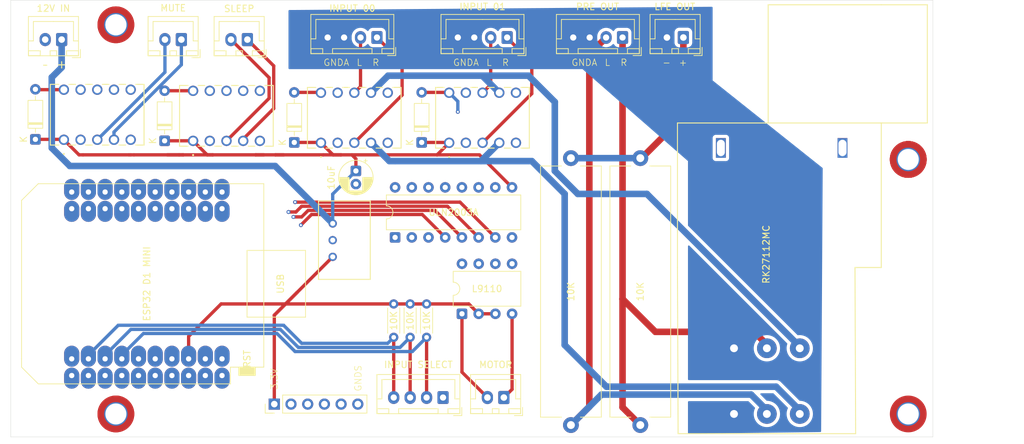
<source format=kicad_pcb>
(kicad_pcb (version 20241229) (generator "pcbnew") (generator_version "9.0")
  (layers (0 "F.Cu" signal) (2 "B.Cu" signal) (13 "F.Paste" user) (15 "B.Paste" user) (5 "F.SilkS" user "F.Silkscreen") (7 "B.SilkS" user "B.Silkscreen") (1 "F.Mask" user) (3 "B.Mask" user) (25 "Edge.Cuts" user))
  (net 0 "")
  (net 1 "Relay0")
  (net 2 "+12V")
  (net 3 "Relay1")
  (net 4 "GNDA")
  (net 5 "Net-(J1-Pin_2)")
  (net 6 "Net-(J1-Pin_1)")
  (net 7 "Net-(J2-Pin_2)")
  (net 8 "Net-(J2-Pin_1)")
  (net 9 "Select2")
  (net 10 "GNDS")
  (net 11 "Select0")
  (net 12 "Select1")
  (net 13 "Net-(J8-Pin_2)")
  (net 14 "Net-(J8-Pin_1)")
  (net 16 "PRE_RIGHT")
  (net 17 "PRE_LEFT")
  (net 25 "Net-(J3-Pin_2)")
  (net 29 "Net-(J3-Pin_1)")
  (net 39 "Net-(J4-Pin_1)")
  (net 40 "Net-(J4-Pin_2)")
  (net 41 "Input0")
  (net 42 "Input1")
  (net 43 "Mute")
  (net 44 "Sleep")
  (net 45 "+3V3")
  (net 62 "PWM1")
  (net 68 "PWM0")
  (net 79 "Net-(J5-Pin_1)")
  (net 80 "Net-(J5-Pin_2)")
  (net 81 "Net-(J6-Pin_1)")
  (net 88 "Relay2")
  (net 89 "Relay3")
  (footprint "Resistor_THT:R_Axial_Power_L38.0mm_W9.0mm_P40.64mm" (layer "F.Cu") (at 186.5 57.55 -90)
    (property "Reference" "R6" (hide yes))
    (property "Value" "10K" (at 20.32 0 90) (layer "F.SilkS"))
    (pad "1" thru_hole circle (at 0 0 270) (size 2.4 2.4) (drill 1.2) (layers "*.Cu" "*.Mask") (net 81 "Net-(J6-Pin_1)"))
    (pad "2" thru_hole circle (at 40.64 0 270) (size 2.4 2.4) (drill 1.2) (layers "*.Cu" "*.Mask") (net 79 "Net-(J5-Pin_1)"))
  )
  (footprint "Diode_THT:D_DO-35_SOD27_P7.62mm_Horizontal" (layer "F.Cu") (at 133.8773 55.16 90)
    (property "Reference" "D1" (hide yes))
    (property "Value" "1N4004" (hide yes))
    (fp_text user "K" (at 0 -1.8 90) (layer "F.SilkS"))
    (pad "1" thru_hole roundrect (at 0 0 90) (size 1.6 1.6) (drill 0.8) (layers "*.Cu" "*.Mask") (roundrect_rratio 0.15625) (net 2 "+12V"))
    (pad "2" thru_hole circle (at 7.62 0 90) (size 1.6 1.6) (drill 0.8) (layers "*.Cu" "*.Mask") (net 1 "Relay0"))
  )
  (footprint "Connector_JST:JST_XH_B2B-XH-A_1x02_P2.50mm_Vertical" (layer "F.Cu") (at 116.7073 39.5 180)
    (property "Reference" "J3" (hide yes))
    (property "Value" "MUTE" (at 1.25 4.8 0) (layer "F.SilkS"))
    (pad "1" thru_hole roundrect (at 0 0 180) (size 1.7 2) (drill 1) (layers "*.Cu" "*.Mask") (roundrect_rratio 0.147059) (net 29 "Net-(J3-Pin_1)"))
    (pad "2" thru_hole oval (at 2.5 0 180) (size 1.7 2) (drill 1) (layers "*.Cu" "*.Mask") (net 25 "Net-(J3-Pin_2)"))
  )
  (footprint "MountingHole:MountingHole_3.2mm_M3_DIN965_Pad_TopOnly" (layer "F.Cu") (at 227.25 96.5)
    (property "Reference" "REF**" (hide yes))
    (property "Value" "MountingHole_3.2mm_M3_DIN965_Pad_TopOnly")
    (pad "1" thru_hole circle (at 0 0) (size 3.6 3.6) (drill 3.2) (layers "*.Cu" "*.Mask"))
    (pad "1" connect circle (at 0 0) (size 5.6 5.6) (layers "F.Cu" "F.Mask"))
  )
  (footprint "Capacitor_THT:CP_Radial_D5.0mm_P2.00mm" (layer "F.Cu") (at 143.25 59.5 -90)
    (property "Reference" "C1" (hide yes))
    (property "Value" "10uF" (at 1 3.75 90) (layer "F.SilkS"))
    (pad "1" thru_hole roundrect (at 0 0 270) (size 1.6 1.6) (drill 0.8) (layers "*.Cu" "*.Mask") (roundrect_rratio 0.15625) (net 2 "+12V"))
    (pad "2" thru_hole circle (at 2 0 270) (size 1.6 1.6) (drill 0.8) (layers "*.Cu" "*.Mask") (net 10 "GNDS"))
  )
  (footprint "Connector_PinHeader_2.54mm:PinHeader_1x06_P2.54mm_Vertical" (layer "F.Cu") (at 130.84 95 90)
    (property "Reference" "J10" (hide yes))
    (property "Value" "ADDITIONAL GPIO" (hide yes))
    (pad "1" thru_hole rect (at 0 0 90) (size 1.7 1.7) (drill 1) (layers "*.Cu" "*.Mask") (net 45 "+3V3"))
    (pad "2" thru_hole circle (at 0 2.54 90) (size 1.7 1.7) (drill 1) (layers "*.Cu" "*.Mask"))
    (pad "3" thru_hole circle (at 0 5.08 90) (size 1.7 1.7) (drill 1) (layers "*.Cu" "*.Mask"))
    (pad "4" thru_hole circle (at 0 7.62 90) (size 1.7 1.7) (drill 1) (layers "*.Cu" "*.Mask"))
    (pad "5" thru_hole circle (at 0 10.16 90) (size 1.7 1.7) (drill 1) (layers "*.Cu" "*.Mask"))
    (pad "6" thru_hole circle (at 0 12.7 90) (size 1.7 1.7) (drill 1) (layers "*.Cu" "*.Mask") (net 10 "GNDS"))
  )
  (footprint "Connector_JST:JST_XH_B4B-XH-A_1x04_P2.50mm_Vertical" (layer "F.Cu") (at 183.8 39.1862 180)
    (property "Reference" "J5" (hide yes))
    (property "Value" "PRE OUT" (at 3.8 4.6862 0) (layer "F.SilkS"))
    (pad "1" thru_hole roundrect (at 0 0 180) (size 1.7 1.95) (drill 0.95) (layers "*.Cu" "*.Mask") (roundrect_rratio 0.147059) (net 79 "Net-(J5-Pin_1)"))
    (pad "2" thru_hole oval (at 2.5 0 180) (size 1.7 1.95) (drill 0.95) (layers "*.Cu" "*.Mask") (net 80 "Net-(J5-Pin_2)"))
    (pad "3" thru_hole oval (at 5 0 180) (size 1.7 1.95) (drill 0.95) (layers "*.Cu" "*.Mask") (net 4 "GNDA"))
    (pad "4" thru_hole oval (at 7.5 0 180) (size 1.7 1.95) (drill 0.95) (layers "*.Cu" "*.Mask") (net 4 "GNDA"))
  )
  (footprint "Resistor_THT:R_Axial_DIN0204_L3.6mm_D1.6mm_P5.08mm_Horizontal" (layer "F.Cu") (at 151.5 79.75 -90)
    (property "Reference" "R8" (hide yes))
    (property "Value" "10K" (at 2.54 0 90) (layer "F.SilkS"))
    (pad "1" thru_hole circle (at 0 0 270) (size 1.4 1.4) (drill 0.7) (layers "*.Cu" "*.Mask") (net 45 "+3V3"))
    (pad "2" thru_hole circle (at 5.08 0 270) (size 1.4 1.4) (drill 0.7) (layers "*.Cu" "*.Mask") (net 12 "Select1"))
  )
  (footprint "TSR-2433:TSR1-SINGLE_TRP" (layer "F.Cu") (at 139.722 67.5 -90)
    (property "Reference" "U2" (hide yes))
    (property "Value" "TSR 1-2433" (hide yes))
    (pad "1" thru_hole circle (at 0 0 270) (size 1.27 1.27) (drill 0.762) (layers "*.Cu" "*.Mask") (net 2 "+12V"))
    (pad "2" thru_hole circle (at 2.54 0 270) (size 1.27 1.27) (drill 0.762) (layers "*.Cu" "*.Mask") (net 10 "GNDS"))
    (pad "3" thru_hole circle (at 5.08 0 270) (size 1.27 1.27) (drill 0.762) (layers "*.Cu" "*.Mask") (net 45 "+3V3"))
  )
  (footprint "Package_DIP:DIP-8_W7.62mm" (layer "F.Cu") (at 159.38 81.25 90)
    (property "Reference" "U3" (hide yes))
    (property "Value" "L9110" (at 3.805 3.81 0) (layer "F.SilkS"))
    (pad "1" thru_hole roundrect (at 0 0 90) (size 1.6 1.6) (drill 0.8) (layers "*.Cu" "*.Mask") (roundrect_rratio 0.15625) (net 13 "Net-(J8-Pin_2)"))
    (pad "2" thru_hole circle (at 0 2.54 90) (size 1.6 1.6) (drill 0.8) (layers "*.Cu" "*.Mask") (net 45 "+3V3"))
    (pad "3" thru_hole circle (at 0 5.08 90) (size 1.6 1.6) (drill 0.8) (layers "*.Cu" "*.Mask") (net 45 "+3V3"))
    (pad "4" thru_hole circle (at 0 7.62 90) (size 1.6 1.6) (drill 0.8) (layers "*.Cu" "*.Mask") (net 14 "Net-(J8-Pin_1)"))
    (pad "5" thru_hole circle (at 7.62 7.62 90) (size 1.6 1.6) (drill 0.8) (layers "*.Cu" "*.Mask") (net 10 "GNDS"))
    (pad "6" thru_hole circle (at 7.62 5.08 90) (size 1.6 1.6) (drill 0.8) (layers "*.Cu" "*.Mask") (net 62 "PWM1"))
    (pad "7" thru_hole circle (at 7.62 2.54 90) (size 1.6 1.6) (drill 0.8) (layers "*.Cu" "*.Mask") (net 68 "PWM0"))
    (pad "8" thru_hole circle (at 7.62 0 90) (size 1.6 1.6) (drill 0.8) (layers "*.Cu" "*.Mask") (net 10 "GNDS"))
  )
  (footprint "Connector_JST:JST_XH_B2B-XH-A_1x02_P2.50mm_Vertical" (layer "F.Cu") (at 165.75 94 180)
    (property "Reference" "J8" (hide yes))
    (property "Value" "MOTOR" (at 1.25 5 0) (layer "F.SilkS"))
    (pad "1" thru_hole roundrect (at 0 0 180) (size 1.7 2) (drill 1) (layers "*.Cu" "*.Mask") (roundrect_rratio 0.147059) (net 14 "Net-(J8-Pin_1)"))
    (pad "2" thru_hole oval (at 2.5 0 180) (size 1.7 2) (drill 1) (layers "*.Cu" "*.Mask") (net 13 "Net-(J8-Pin_2)"))
  )
  (footprint "Diode_THT:D_DO-35_SOD27_P7.62mm_Horizontal" (layer "F.Cu") (at 153.25 55.16 90)
    (property "Reference" "D2" (hide yes))
    (property "Value" "1N4004" (hide yes))
    (fp_text user "K" (at 0 -1.8 90) (layer "F.SilkS"))
    (pad "1" thru_hole roundrect (at 0 0 90) (size 1.6 1.6) (drill 0.8) (layers "*.Cu" "*.Mask") (roundrect_rratio 0.15625) (net 2 "+12V"))
    (pad "2" thru_hole circle (at 7.62 0 90) (size 1.6 1.6) (drill 0.8) (layers "*.Cu" "*.Mask") (net 3 "Relay1"))
  )
  (footprint "" (layer "F.Cu") (at 227.25 57.75)
    (property "Reference" "" (at 0 0 0) (layer "F.SilkS") (effects (font (size 1.27 1.27))))
    (property "Value" "")
    (pad "1" connect circle (at 0 0) (size 5.6 5.6) (layers "F.Cu" "F.Mask"))
  )
  (footprint "Package_DIP:DIP-16_W7.62mm" (layer "F.Cu") (at 149.21 69.62 90)
    (property "Reference" "U4" (hide yes))
    (property "Value" "ULN2003A" (at 3.805 8.89 0) (layer "F.SilkS"))
    (pad "1" thru_hole roundrect (at 0 0 90) (size 1.6 1.6) (drill 0.8) (layers "*.Cu" "*.Mask") (roundrect_rratio 0.15625))
    (pad "2" thru_hole circle (at 0 2.54 90) (size 1.6 1.6) (drill 0.8) (layers "*.Cu" "*.Mask"))
    (pad "3" thru_hole circle (at 0 5.08 90) (size 1.6 1.6) (drill 0.8) (layers "*.Cu" "*.Mask"))
    (pad "4" thru_hole circle (at 0 7.62 90) (size 1.6 1.6) (drill 0.8) (layers "*.Cu" "*.Mask") (net 43 "Mute"))
    (pad "5" thru_hole circle (at 0 10.16 90) (size 1.6 1.6) (drill 0.8) (layers "*.Cu" "*.Mask") (net 44 "Sleep"))
    (pad "6" thru_hole circle (at 0 12.7 90) (size 1.6 1.6) (drill 0.8) (layers "*.Cu" "*.Mask") (net 41 "Input0"))
    (pad "7" thru_hole circle (at 0 15.24 90) (size 1.6 1.6) (drill 0.8) (layers "*.Cu" "*.Mask") (net 42 "Input1"))
    (pad "8" thru_hole circle (at 0 17.78 90) (size 1.6 1.6) (drill 0.8) (layers "*.Cu" "*.Mask") (net 10 "GNDS"))
    (pad "9" thru_hole circle (at 7.62 17.78 90) (size 1.6 1.6) (drill 0.8) (layers "*.Cu" "*.Mask") (net 2 "+12V"))
    (pad "10" thru_hole circle (at 7.62 15.24 90) (size 1.6 1.6) (drill 0.8) (layers "*.Cu" "*.Mask") (net 3 "Relay1"))
    (pad "11" thru_hole circle (at 7.62 12.7 90) (size 1.6 1.6) (drill 0.8) (layers "*.Cu" "*.Mask") (net 1 "Relay0"))
    (pad "12" thru_hole circle (at 7.62 10.16 90) (size 1.6 1.6) (drill 0.8) (layers "*.Cu" "*.Mask") (net 89 "Relay3"))
    (pad "13" thru_hole circle (at 7.62 7.62 90) (size 1.6 1.6) (drill 0.8) (layers "*.Cu" "*.Mask") (net 88 "Relay2"))
    (pad "14" thru_hole circle (at 7.62 5.08 90) (size 1.6 1.6) (drill 0.8) (layers "*.Cu" "*.Mask"))
    (pad "15" thru_hole circle (at 7.62 2.54 90) (size 1.6 1.6) (drill 0.8) (layers "*.Cu" "*.Mask"))
    (pad "16" thru_hole circle (at 7.62 0 90) (size 1.6 1.6) (drill 0.8) (layers "*.Cu" "*.Mask"))
  )
  (footprint "Connector_JST:JST_XH_B4B-XH-A_1x04_P2.50mm_Vertical" (layer "F.Cu") (at 146.4527 39.1862 180)
    (property "Reference" "J1" (hide yes))
    (property "Value" "INPUT 00" (at 3.75 4.4362 0) (layer "F.SilkS"))
    (pad "1" thru_hole roundrect (at 0 0 180) (size 1.7 1.95) (drill 0.95) (layers "*.Cu" "*.Mask") (roundrect_rratio 0.147059) (net 6 "Net-(J1-Pin_1)"))
    (pad "2" thru_hole oval (at 2.5 0 180) (size 1.7 1.95) (drill 0.95) (layers "*.Cu" "*.Mask") (net 5 "Net-(J1-Pin_2)"))
    (pad "3" thru_hole oval (at 5 0 180) (size 1.7 1.95) (drill 0.95) (layers "*.Cu" "*.Mask") (net 4 "GNDA"))
    (pad "4" thru_hole oval (at 7.5 0 180) (size 1.7 1.95) (drill 0.95) (layers "*.Cu" "*.Mask") (net 4 "GNDA"))
  )
  (footprint "Diode_THT:D_DO-35_SOD27_P7.62mm_Horizontal" (layer "F.Cu") (at 114.16 54.91 90)
    (property "Reference" "D4" (hide yes))
    (property "Value" "1N4004" (hide yes))
    (fp_text user "K" (at 0 -1.8 90) (layer "F.SilkS"))
    (pad "1" thru_hole roundrect (at 0 0 90) (size 1.6 1.6) (drill 0.8) (layers "*.Cu" "*.Mask") (roundrect_rratio 0.15625) (net 2 "+12V"))
    (pad "2" thru_hole circle (at 7.62 0 90) (size 1.6 1.6) (drill 0.8) (layers "*.Cu" "*.Mask") (net 89 "Relay3"))
  )
  (footprint "" (layer "F.Cu") (at 227.25 57.75)
    (property "Reference" "" (at 0 0 0) (layer "F.SilkS") (effects (font (size 1.27 1.27))))
    (property "Value" "")
    (pad "1" connect circle (at 0 0) (size 5.6 5.6) (layers "F.Cu" "F.Mask"))
  )
  (footprint "Connector_JST:JST_XH_B4B-XH-A_1x04_P2.50mm_Vertical" (layer "F.Cu") (at 156.5 94 180)
    (property "Reference" "J7" (hide yes))
    (property "Value" "INPUT SELECT" (at 3.75 5 0) (layer "F.SilkS"))
    (pad "1" thru_hole roundrect (at 0 0 180) (size 1.7 1.95) (drill 0.95) (layers "*.Cu" "*.Mask") (roundrect_rratio 0.147059) (net 10 "GNDS"))
    (pad "2" thru_hole oval (at 2.5 0 180) (size 1.7 1.95) (drill 0.95) (layers "*.Cu" "*.Mask") (net 9 "Select2"))
    (pad "3" thru_hole oval (at 5 0 180) (size 1.7 1.95) (drill 0.95) (layers "*.Cu" "*.Mask") (net 12 "Select1"))
    (pad "4" thru_hole oval (at 7.5 0 180) (size 1.7 1.95) (drill 0.95) (layers "*.Cu" "*.Mask") (net 11 "Select0"))
  )
  (footprint "MountingHole:MountingHole_3.2mm_M3_DIN965_Pad_TopOnly" (layer "F.Cu") (at 106.75 37.25)
    (property "Reference" "REF**" (hide yes))
    (property "Value" "MountingHole_3.2mm_M3_DIN965_Pad_TopOnly")
    (pad "1" thru_hole circle (at 0 0) (size 3.6 3.6) (drill 3.2) (layers "*.Cu" "*.Mask"))
    (pad "1" connect circle (at 0 0) (size 5.6 5.6) (layers "F.Cu" "F.Mask"))
  )
  (footprint "Connector_JST:JST_XH_B2B-XH-A_1x02_P2.50mm_Vertical" (layer "F.Cu") (at 98.5 39.5 180)
    (property "Reference" "J9" (hide yes))
    (property "Value" "12V IN" (at 1.25 4.75 0) (layer "F.SilkS"))
    (pad "1" thru_hole roundrect (at 0 0 180) (size 1.7 2) (drill 1) (layers "*.Cu" "*.Mask") (roundrect_rratio 0.147059) (net 2 "+12V"))
    (pad "2" thru_hole oval (at 2.5 0 180) (size 1.7 2) (drill 1) (layers "*.Cu" "*.Mask") (net 10 "GNDS"))
  )
  (footprint "Diode_THT:D_DO-35_SOD27_P7.62mm_Horizontal" (layer "F.Cu") (at 94.5073 54.69 90)
    (property "Reference" "D3" (hide yes))
    (property "Value" "1N4004" (hide yes))
    (fp_text user "K" (at 0 -1.8 90) (layer "F.SilkS"))
    (pad "1" thru_hole roundrect (at 0 0 90) (size 1.6 1.6) (drill 0.8) (layers "*.Cu" "*.Mask") (roundrect_rratio 0.15625) (net 2 "+12V"))
    (pad "2" thru_hole circle (at 7.62 0 90) (size 1.6 1.6) (drill 0.8) (layers "*.Cu" "*.Mask") (net 88 "Relay2"))
  )
  (footprint "TQ2:RELAY_TQ2_PAN" (layer "F.Cu") (at 118.49 54.92 90)
    (property "Reference" "K4" (hide yes))
    (property "Value" "AMP SLEEP" (hide yes))
    (pad "1" thru_hole circle (at 0 0 90) (size 1.5748 1.5748) (drill 1.0668) (layers "*.Cu" "*.Mask") (net 2 "+12V"))
    (pad "2" thru_hole circle (at 0 2.54 90) (size 1.5748 1.5748) (drill 1.0668) (layers "*.Cu" "*.Mask"))
    (pad "3" thru_hole circle (at 0 5.08 90) (size 1.5748 1.5748) (drill 1.0668) (layers "*.Cu" "*.Mask") (net 40 "Net-(J4-Pin_2)"))
    (pad "4" thru_hole circle (at 0 7.62 90) (size 1.5748 1.5748) (drill 1.0668) (layers "*.Cu" "*.Mask") (net 39 "Net-(J4-Pin_1)"))
    (pad "5" thru_hole circle (at 0 10.16 90) (size 1.5748 1.5748) (drill 1.0668) (layers "*.Cu" "*.Mask"))
    (pad "6" thru_hole circle (at 7.62 10.16 90) (size 1.5748 1.5748) (drill 1.0668) (layers "*.Cu" "*.Mask"))
    (pad "7" thru_hole circle (at 7.62 7.62 90) (size 1.5748 1.5748) (drill 1.0668) (layers "*.Cu" "*.Mask"))
    (pad "8" thru_hole circle (at 7.62 5.08 90) (size 1.5748 1.5748) (drill 1.0668) (layers "*.Cu" "*.Mask"))
    (pad "9" thru_hole circle (at 7.62 2.54 90) (size 1.5748 1.5748) (drill 1.0668) (layers "*.Cu" "*.Mask"))
    (pad "10" thru_hole circle (at 7.62 0 90) (size 1.5748 1.5748) (drill 1.0668) (layers "*.Cu" "*.Mask") (net 89 "Relay3"))
  )
  (footprint "" (layer "F.Cu") (at 106.75 37.25)
    (property "Reference" "" (at 0 0 0) (layer "F.SilkS") (effects (font (size 1.27 1.27))))
    (property "Value" "")
    (pad "1" connect circle (at 0 0) (size 5.6 5.6) (layers "F.Cu" "F.Mask"))
  )
  (footprint "TQ2:RELAY_TQ2_PAN" (layer "F.Cu") (at 137.9327 55.2131 90)
    (property "Reference" "K1" (hide yes))
    (property "Value" "INPUT 00" (hide yes))
    (pad "1" thru_hole circle (at 0 0 90) (size 1.5748 1.5748) (drill 1.0668) (layers "*.Cu" "*.Mask") (net 2 "+12V"))
    (pad "2" thru_hole circle (at 0 2.54 90) (size 1.5748 1.5748) (drill 1.0668) (layers "*.Cu" "*.Mask"))
    (pad "3" thru_hole circle (at 0 5.08 90) (size 1.5748 1.5748) (drill 1.0668) (layers "*.Cu" "*.Mask") (net 6 "Net-(J1-Pin_1)"))
    (pad "4" thru_hole circle (at 0 7.62 90) (size 1.5748 1.5748) (drill 1.0668) (layers "*.Cu" "*.Mask") (net 16 "PRE_RIGHT"))
    (pad "5" thru_hole circle (at 0 10.16 90) (size 1.5748 1.5748) (drill 1.0668) (layers "*.Cu" "*.Mask"))
    (pad "6" thru_hole circle (at 7.62 10.16 90) (size 1.5748 1.5748) (drill 1.0668) (layers "*.Cu" "*.Mask"))
    (pad "7" thru_hole circle (at 7.62 7.62 90) (size 1.5748 1.5748) (drill 1.0668) (layers "*.Cu" "*.Mask") (net 17 "PRE_LEFT"))
    (pad "8" thru_hole circle (at 7.62 5.08 90) (size 1.5748 1.5748) (drill 1.0668) (layers "*.Cu" "*.Mask") (net 5 "Net-(J1-Pin_2)"))
    (pad "9" thru_hole circle (at 7.62 2.54 90) (size 1.5748 1.5748) (drill 1.0668) (layers "*.Cu" "*.Mask"))
    (pad "10" thru_hole circle (at 7.62 0 90) (size 1.5748 1.5748) (drill 1.0668) (layers "*.Cu" "*.Mask") (net 1 "Relay0"))
  )
  (footprint "Connector_JST:JST_XH_B4B-XH-A_1x04_P2.50mm_Vertical" (layer "F.Cu") (at 166.25 39.1862 180)
    (property "Reference" "J2" (hide yes))
    (property "Value" "INPUT 01" (at 3.75 4.6862 0) (layer "F.SilkS"))
    (pad "1" thru_hole roundrect (at 0 0 180) (size 1.7 1.95) (drill 0.95) (layers "*.Cu" "*.Mask") (roundrect_rratio 0.147059) (net 8 "Net-(J2-Pin_1)"))
    (pad "2" thru_hole oval (at 2.5 0 180) (size 1.7 1.95) (drill 0.95) (layers "*.Cu" "*.Mask") (net 7 "Net-(J2-Pin_2)"))
    (pad "3" thru_hole oval (at 5 0 180) (size 1.7 1.95) (drill 0.95) (layers "*.Cu" "*.Mask") (net 4 "GNDA"))
    (pad "4" thru_hole oval (at 7.5 0 180) (size 1.7 1.95) (drill 0.95) (layers "*.Cu" "*.Mask") (net 4 "GNDA"))
  )
  (footprint "Connector_JST:JST_XH_B2B-XH-A_1x02_P2.50mm_Vertical" (layer "F.Cu") (at 193.05 39.1862 180)
    (property "Reference" "J6" (hide yes))
    (property "Value" "LFE OUT" (at 1.3 4.6862 0) (layer "F.SilkS"))
    (pad "1" thru_hole roundrect (at 0 0 180) (size 1.7 2) (drill 1) (layers "*.Cu" "*.Mask") (roundrect_rratio 0.147059) (net 81 "Net-(J6-Pin_1)"))
    (pad "2" thru_hole oval (at 2.5 0 180) (size 1.7 2) (drill 1) (layers "*.Cu" "*.Mask") (net 4 "GNDA"))
  )
  (footprint "" (layer "F.Cu") (at 227.25 57.75)
    (property "Reference" "" (at 0 0 0) (layer "F.SilkS") (effects (font (size 1.27 1.27))))
    (property "Value" "")
    (pad "1" connect circle (at 0 0) (size 5.6 5.6) (layers "F.Cu" "F.Mask"))
  )
  (footprint "" (layer "F.Cu") (at 106.75 37.25)
    (property "Reference" "" (at 0 0 0) (layer "F.SilkS") (effects (font (size 1.27 1.27))))
    (property "Value" "")
    (pad "1" thru_hole circle (at 0 0) (size 3.6 3.6) (drill 3.2) (layers "*.Cu" "*.Mask"))
  )
  (footprint "TQ2:RELAY_TQ2_PAN" (layer "F.Cu") (at 98.84 54.75 90)
    (property "Reference" "K3" (hide yes))
    (property "Value" "AMP MUTE" (hide yes))
    (pad "1" thru_hole circle (at 0 0 90) (size 1.5748 1.5748) (drill 1.0668) (layers "*.Cu" "*.Mask") (net 2 "+12V"))
    (pad "2" thru_hole circle (at 0 2.54 90) (size 1.5748 1.5748) (drill 1.0668) (layers "*.Cu" "*.Mask"))
    (pad "3" thru_hole circle (at 0 5.08 90) (size 1.5748 1.5748) (drill 1.0668) (layers "*.Cu" "*.Mask") (net 25 "Net-(J3-Pin_2)"))
    (pad "4" thru_hole circle (at 0 7.62 90) (size 1.5748 1.5748) (drill 1.0668) (layers "*.Cu" "*.Mask") (net 29 "Net-(J3-Pin_1)"))
    (pad "5" thru_hole circle (at 0 10.16 90) (size 1.5748 1.5748) (drill 1.0668) (layers "*.Cu" "*.Mask"))
    (pad "6" thru_hole circle (at 7.62 10.16 90) (size 1.5748 1.5748) (drill 1.0668) (layers "*.Cu" "*.Mask"))
    (pad "7" thru_hole circle (at 7.62 7.62 90) (size 1.5748 1.5748) (drill 1.0668) (layers "*.Cu" "*.Mask"))
    (pad "8" thru_hole circle (at 7.62 5.08 90) (size 1.5748 1.5748) (drill 1.0668) (layers "*.Cu" "*.Mask"))
    (pad "9" thru_hole circle (at 7.62 2.54 90) (size 1.5748 1.5748) (drill 1.0668) (layers "*.Cu" "*.Mask"))
    (pad "10" thru_hole circle (at 7.62 0 90) (size 1.5748 1.5748) (drill 1.0668) (layers "*.Cu" "*.Mask") (net 88 "Relay2"))
  )
  (footprint "Resistor_THT:R_Axial_Power_L38.0mm_W9.0mm_P40.64mm" (layer "F.Cu") (at 175.95 57.55 -90)
    (property "Reference" "R5" (hide yes))
    (property "Value" "10K" (at 20.32 0 90) (layer "F.SilkS"))
    (pad "1" thru_hole circle (at 0 0 270) (size 2.4 2.4) (drill 1.2) (layers "*.Cu" "*.Mask") (net 81 "Net-(J6-Pin_1)"))
    (pad "2" thru_hole circle (at 40.64 0 270) (size 2.4 2.4) (drill 1.2) (layers "*.Cu" "*.Mask") (net 80 "Net-(J5-Pin_2)"))
  )
  (footprint "MountingHole:MountingHole_3.2mm_M3_DIN965_Pad_TopOnly" (layer "F.Cu") (at 227.25 57.75)
    (property "Reference" "REF**" (hide yes))
    (property "Value" "MountingHole_3.2mm_M3_DIN965_Pad_TopOnly")
    (pad "1" thru_hole circle (at 0 0) (size 3.6 3.6) (drill 3.2) (layers "*.Cu" "*.Mask"))
    (pad "1" connect circle (at 0 0) (size 5.6 5.6) (layers "F.Cu" "F.Mask"))
  )
  (footprint "" (layer "F.Cu") (at 106.75 96.5)
    (property "Reference" "" (at 0 0 0) (layer "F.SilkS") (effects (font (size 1.27 1.27))))
    (property "Value" "")
    (pad "1" connect circle (at 0 0) (size 5.6 5.6) (layers "F.Cu" "F.Mask"))
  )
  (footprint "MountingHole:MountingHole_3.2mm_M3_DIN965_Pad_TopOnly" (layer "F.Cu") (at 106.75 96.5)
    (property "Reference" "REF**" (hide yes))
    (property "Value" "MountingHole_3.2mm_M3_DIN965_Pad_TopOnly")
    (pad "1" thru_hole circle (at 0 0) (size 3.6 3.6) (drill 3.2) (layers "*.Cu" "*.Mask"))
    (pad "1" connect circle (at 0 0) (size 5.6 5.6) (layers "F.Cu" "F.Mask"))
  )
  (footprint "Potentiometer_THT:Potentiometer_Alps_RK27112MC" (layer "F.Cu") (at 200.75 97.5 90)
    (property "Reference" "RV1" (hide yes))
    (property "Value" "RK27112MC" (at 25.3 4.9 90) (layer "F.SilkS"))
    (pad "" thru_hole rect (at 41.5 -2 90) (size 3 1.5) (drill oval 2.5 1.2) (property pad_prop_mechanical) (layers "*.Cu" "*.Mask"))
    (pad "" thru_hole rect (at 41.5 16.5 90) (size 3 1.5) (drill oval 2.5 1.2) (property pad_prop_mechanical) (layers "*.Cu" "*.Mask"))
    (pad "1" thru_hole circle (at 1 10 270) (size 3 3) (drill 1.2) (layers "*.Cu" "*.Mask") (net 16 "PRE_RIGHT"))
    (pad "2" thru_hole circle (at 1 5 270) (size 3 3) (drill 1.2) (layers "*.Cu" "*.Mask") (net 80 "Net-(J5-Pin_2)"))
    (pad "3" thru_hole rect (at 1 0 270) (size 3 3) (drill 1.2) (layers "*.Cu" "*.Mask") (net 4 "GNDA"))
    (pad "4" thru_hole circle (at 11 10 270) (size 3 3) (drill 1.2) (layers "*.Cu" "*.Mask") (net 17 "PRE_LEFT"))
    (pad "5" thru_hole circle (at 11 5 270) (size 3 3) (drill 1.2) (layers "*.Cu" "*.Mask") (net 79 "Net-(J5-Pin_1)"))
    (pad "6" thru_hole circle (at 11 0 270) (size 3 3) (drill 1.2) (layers "*.Cu" "*.Mask") (net 4 "GNDA"))
  )
  (footprint "ESP32 D1 Mini:esp32-wemos-d1-mini" (layer "F.Cu") (at 111.46 76.68 90)
    (property "Reference" "U1" (hide yes))
    (property "Value" "ESP32 D1 MINI" (at 0 0 90) (layer "F.SilkS"))
    (fp_text user "USB" (at 0 20.32 90) (layer "F.SilkS"))
    (fp_text user "RST" (at -11.43 15.24 90) (layer "F.SilkS"))
    (pad "1" thru_hole oval (at -13.97 -11.43) (size 2.3 3.2) (drill 0.8 (offset 0 0.4)) (layers "*.Cu" "*.Mask") (net 10 "GNDS"))
    (pad "2" thru_hole oval (at -11.43 -11.43) (size 2.3 3.2) (drill 0.8 (offset 0 -0.4)) (layers "*.Cu" "*.Mask"))
    (pad "3" thru_hole oval (at -13.97 -8.89) (size 2.3 3.2) (drill 0.8 (offset 0 0.4)) (layers "*.Cu" "*.Mask"))
    (pad "4" thru_hole oval (at -11.43 -8.89) (size 2.3 3.2) (drill 0.8 (offset 0 -0.4)) (layers "*.Cu" "*.Mask") (net 11 "Select0"))
    (pad "5" thru_hole oval (at -13.97 -6.35) (size 2.3 3.2) (drill 0.8 (offset 0 0.4)) (layers "*.Cu" "*.Mask"))
    (pad "6" thru_hole oval (at -11.43 -6.35) (size 2.3 3.2) (drill 0.8 (offset 0 -0.4)) (layers "*.Cu" "*.Mask") (net 12 "Select1"))
    (pad "7" thru_hole oval (at -13.97 -3.81) (size 2.3 3.2) (drill 0.8 (offset 0 0.4)) (layers "*.Cu" "*.Mask"))
    (pad "8" thru_hole oval (at -11.43 -3.81) (size 2.3 3.2) (drill 0.8 (offset 0 -0.4)) (layers "*.Cu" "*.Mask") (net 9 "Select2"))
    (pad "9" thru_hole oval (at -13.97 -1.27) (size 2.3 3.2) (drill 0.8 (offset 0 0.4)) (layers "*.Cu" "*.Mask"))
    (pad "10" thru_hole oval (at -11.43 -1.27) (size 2.3 3.2) (drill 0.8 (offset 0 -0.4)) (layers "*.Cu" "*.Mask"))
    (pad "11" thru_hole oval (at -13.97 1.27) (size 2.3 3.2) (drill 0.8 (offset 0 0.4)) (layers "*.Cu" "*.Mask"))
    (pad "12" thru_hole oval (at -11.43 1.27) (size 2.3 3.2) (drill 0.8 (offset 0 -0.4)) (layers "*.Cu" "*.Mask"))
    (pad "13" thru_hole oval (at -13.97 3.81) (size 2.3 3.2) (drill 0.8 (offset 0 0.4)) (layers "*.Cu" "*.Mask"))
    (pad "14" thru_hole oval (at -11.43 3.81) (size 2.3 3.2) (drill 0.8 (offset 0 -0.4)) (layers "*.Cu" "*.Mask"))
    (pad "15" thru_hole oval (at -13.97 6.35) (size 2.3 3.2) (drill 0.8 (offset 0 0.4)) (layers "*.Cu" "*.Mask"))
    (pad "16" thru_hole oval (at -11.43 6.35) (size 2.3 3.2) (drill 0.8 (offset 0 -0.4)) (layers "*.Cu" "*.Mask") (net 45 "+3V3"))
    (pad "17" thru_hole oval (at -13.97 8.89) (size 2.3 3.2) (drill 0.8 (offset 0 0.4)) (layers "*.Cu" "*.Mask"))
    (pad "18" thru_hole oval (at -11.43 8.89) (size 2.3 3.2) (drill 0.8 (offset 0 -0.4)) (layers "*.Cu" "*.Mask"))
    (pad "19" thru_hole oval (at -13.97 11.43) (size 2.3 3.2) (drill 0.8 (offset 0 0.4)) (layers "*.Cu" "*.Mask"))
    (pad "20" thru_hole oval (at -11.43 11.43) (size 2.3 3.2) (drill 0.8 (offset 0 -0.4)) (layers "*.Cu" "*.Mask"))
    (pad "21" thru_hole oval (at 11.43 -11.43) (size 2.3 3.2) (drill 0.8 (offset 0 0.4)) (layers "*.Cu" "*.Mask"))
    (pad "22" thru_hole oval (at 13.97 -11.43) (size 2.3 3.2) (drill 0.8 (offset 0 -0.4)) (layers "*.Cu" "*.Mask") (net 10 "GNDS"))
    (pad "23" thru_hole oval (at 11.43 -8.89) (size 2.3 3.2) (drill 0.8 (offset 0 0.4)) (layers "*.Cu" "*.Mask"))
    (pad "24" thru_hole oval (at 13.97 -8.89) (size 2.3 3.2) (drill 0.8 (offset 0 -0.4)) (layers "*.Cu" "*.Mask"))
    (pad "25" thru_hole oval (at 11.43 -6.35) (size 2.3 3.2) (drill 0.8 (offset 0 0.4)) (layers "*.Cu" "*.Mask") (net 43 "Mute"))
    (pad "26" thru_hole oval (at 13.97 -6.35) (size 2.3 3.2) (drill 0.8 (offset 0 -0.4)) (layers "*.Cu" "*.Mask"))
    (pad "27" thru_hole oval (at 11.43 -3.81) (size 2.3 3.2) (drill 0.8 (offset 0 0.4)) (layers "*.Cu" "*.Mask") (net 41 "Input0"))
    (pad "28" thru_hole oval (at 13.97 -3.81) (size 2.3 3.2) (drill 0.8 (offset 0 -0.4)) (layers "*.Cu" "*.Mask"))
    (pad "29" thru_hole oval (at 11.43 -1.27) (size 2.3 3.2) (drill 0.8 (offset 0 0.4)) (layers "*.Cu" "*.Mask") (net 44 "Sleep"))
    (pad "30" thru_hole oval (at 13.97 -1.27) (size 2.3 3.2) (drill 0.8 (offset 0 -0.4)) (layers "*.Cu" "*.Mask"))
    (pad "31" thru_hole oval (at 11.43 1.27) (size 2.3 3.2) (drill 0.8 (offset 0 0.4)) (layers "*.Cu" "*.Mask") (net 42 "Input1"))
    (pad "32" thru_hole oval (at 13.97 1.27) (size 2.3 3.2) (drill 0.8 (offset 0 -0.4)) (layers "*.Cu" "*.Mask") (net 62 "PWM1"))
    (pad "33" thru_hole oval (at 11.43 3.81) (size 2.3 3.2) (drill 0.8 (offset 0 0.4)) (layers "*.Cu" "*.Mask") (net 10 "GNDS"))
    (pad "34" thru_hole oval (at 13.97 3.81) (size 2.3 3.2) (drill 0.8 (offset 0 -0.4)) (layers "*.Cu" "*.Mask") (net 68 "PWM0"))
    (pad "35" thru_hole oval (at 11.43 6.35) (size 2.3 3.2) (drill 0.8 (offset 0 0.4)) (layers "*.Cu" "*.Mask"))
    (pad "36" thru_hole oval (at 13.97 6.35) (size 2.3 3.2) (drill 0.8 (offset 0 -0.4)) (layers "*.Cu" "*.Mask"))
    (pad "37" thru_hole oval (at 11.43 8.89) (size 2.3 3.2) (drill 0.8 (offset 0 0.4)) (layers "*.Cu" "*.Mask"))
    (pad "38" thru_hole oval (at 13.97 8.89) (size 2.3 3.2) (drill 0.8 (offset 0 -0.4)) (layers "*.Cu" "*.Mask"))
    (pad "39" thru_hole oval (at 11.43 11.43) (size 2.3 3.2) (drill 0.8 (offset 0 0.4)) (layers "*.Cu" "*.Mask"))
    (pad "40" thru_hole oval (at 13.97 11.43) (size 2.3 3.2) (drill 0.8 (offset 0 -0.4)) (layers "*.Cu" "*.Mask"))
  )
  (footprint "Resistor_THT:R_Axial_DIN0204_L3.6mm_D1.6mm_P5.08mm_Horizontal" (layer "F.Cu") (at 154 79.75 -90)
    (property "Reference" "R7" (hide yes))
    (property "Value" "10K" (at 2.54 0 90) (layer "F.SilkS"))
    (pad "1" thru_hole circle (at 0 0 270) (size 1.4 1.4) (drill 0.7) (layers "*.Cu" "*.Mask") (net 45 "+3V3"))
    (pad "2" thru_hole circle (at 5.08 0 270) (size 1.4 1.4) (drill 0.7) (layers "*.Cu" "*.Mask") (net 9 "Select2"))
  )
  (footprint "Resistor_THT:R_Axial_DIN0204_L3.6mm_D1.6mm_P5.08mm_Horizontal" (layer "F.Cu") (at 149 79.75 -90)
    (property "Reference" "R9" (hide yes))
    (property "Value" "10K" (at 2.54 0 90) (layer "F.SilkS"))
    (pad "1" thru_hole circle (at 0 0 270) (size 1.4 1.4) (drill 0.7) (layers "*.Cu" "*.Mask") (net 45 "+3V3"))
    (pad "2" thru_hole circle (at 5.08 0 270) (size 1.4 1.4) (drill 0.7) (layers "*.Cu" "*.Mask") (net 11 "Select0"))
  )
  (footprint "Connector_JST:JST_XH_B2B-XH-A_1x02_P2.50mm_Vertical" (layer "F.Cu") (at 126.75 39.5 180)
    (property "Reference" "J4" (hide yes))
    (property "Value" "SLEEP" (at 1.25 4.7 0) (layer "F.SilkS"))
    (pad "1" thru_hole roundrect (at 0 0 180) (size 1.7 2) (drill 1) (layers "*.Cu" "*.Mask") (roundrect_rratio 0.147059) (net 39 "Net-(J4-Pin_1)"))
    (pad "2" thru_hole oval (at 2.5 0 180) (size 1.7 2) (drill 1) (layers "*.Cu" "*.Mask") (net 40 "Net-(J4-Pin_2)"))
  )
  (footprint "TQ2:RELAY_TQ2_PAN" (layer "F.Cu") (at 157.4327 55.2131 90)
    (property "Reference" "K2" (hide yes))
    (property "Value" "INPUT 01" (hide yes))
    (pad "1" thru_hole circle (at 0 0 90) (size 1.5748 1.5748) (drill 1.0668) (layers "*.Cu" "*.Mask") (net 2 "+12V"))
    (pad "2" thru_hole circle (at 0 2.54 90) (size 1.5748 1.5748) (drill 1.0668) (layers "*.Cu" "*.Mask"))
    (pad "3" thru_hole circle (at 0 5.08 90) (size 1.5748 1.5748) (drill 1.0668) (layers "*.Cu" "*.Mask") (net 8 "Net-(J2-Pin_1)"))
    (pad "4" thru_hole circle (at 0 7.62 90) (size 1.5748 1.5748) (drill 1.0668) (layers "*.Cu" "*.Mask") (net 16 "PRE_RIGHT"))
    (pad "5" thru_hole circle (at 0 10.16 90) (size 1.5748 1.5748) (drill 1.0668) (layers "*.Cu" "*.Mask"))
    (pad "6" thru_hole circle (at 7.62 10.16 90) (size 1.5748 1.5748) (drill 1.0668) (layers "*.Cu" "*.Mask"))
    (pad "7" thru_hole circle (at 7.62 7.62 90) (size 1.5748 1.5748) (drill 1.0668) (layers "*.Cu" "*.Mask") (net 17 "PRE_LEFT"))
    (pad "8" thru_hole circle (at 7.62 5.08 90) (size 1.5748 1.5748) (drill 1.0668) (layers "*.Cu" "*.Mask") (net 7 "Net-(J2-Pin_2)"))
    (pad "9" thru_hole circle (at 7.62 2.54 90) (size 1.5748 1.5748) (drill 1.0668) (layers "*.Cu" "*.Mask"))
    (pad "10" thru_hole circle (at 7.62 0 90) (size 1.5748 1.5748) (drill 1.0668) (layers "*.Cu" "*.Mask") (net 3 "Relay1"))
  )
  (gr_line (start 231 33.5) (end 90.75 33.5) (stroke (width 0.05)) (layer "Edge.Cuts"))
  (gr_line (start 90.75 100) (end 90.75 33.5) (stroke (width 0.05)) (layer "Edge.Cuts"))
  (gr_line (start 231 100) (end 90.75 100) (stroke (width 0.05)) (layer "Edge.Cuts"))
  (gr_line (start 231 33.5) (end 231 100) (stroke (width 0.05)) (layer "Edge.Cuts"))
  (gr_text "GNDA" (at 178 43 -0) (layer "F.SilkS") (effects (font (size 1 1) (thickness 0.1))))
  (gr_text "+" (at 193 43 0) (layer "F.SilkS") (effects (font (size 1 1) (thickness 0.1))))
  (gr_text "R" (at 166 43 0) (layer "F.SilkS") (effects (font (size 1 1) (thickness 0.1))))
  (gr_text "R" (at 146.2773 43 0) (layer "F.SilkS") (effects (font (size 1 1) (thickness 0.1))))
  (gr_text "L" (at 143.7773 43 -0) (layer "F.SilkS") (effects (font (size 1 1) (thickness 0.1))))
  (gr_text "GNDS" (at 143.59 89 90) (layer "F.SilkS") (effects (font (size 1 1) (thickness 0.1)) (justify right)))
  (gr_text "R" (at 184 43 0) (layer "F.SilkS") (effects (font (size 1 1) (thickness 0.1))))
  (gr_text "-" (at 190.5 43 0) (layer "F.SilkS") (effects (font (size 1 1) (thickness 0.1))))
  (gr_text "GNDA" (at 140.2773 43 -0) (layer "F.SilkS") (effects (font (size 1 1) (thickness 0.1))))
  (gr_text "–" (at 96 43.25 0) (layer "F.SilkS") (effects (font (size 1.27 1.27))))
  (gr_text "3.3V" (at 130.84 89.5 90) (layer "F.SilkS") (effects (font (size 1 1) (thickness 0.1)) (justify right)))
  (gr_text "+" (at 98.5 43.25 0) (layer "F.SilkS") (effects (font (size 1.27 1.27))))
  (gr_text "L" (at 163.5 43 -0) (layer "F.SilkS") (effects (font (size 1 1) (thickness 0.1))))
  (gr_text "L" (at 181.5 43 -0) (layer "F.SilkS") (effects (font (size 1 1) (thickness 0.1))))
  (gr_text "GNDA" (at 160 43 -0) (layer "F.SilkS") (effects (font (size 1 1) (thickness 0.1))))
  (segment (start 133.8773 47.54) (end 137.8796 47.54) (width 0.5) (layer "F.Cu") (net 1))
  (segment (start 117 57.05) (end 121.5 57.05) (width 0.5) (layer "F.Cu") (net 2))
  (segment (start 155.5958 57.05) (end 141 57.05) (width 0.5) (layer "F.Cu") (net 2))
  (segment (start 114.16 54.91) (end 118.48 54.91) (width 0.5) (layer "F.Cu") (net 2))
  (segment (start 101.75 57.05) (end 108.75 57.05) (width 0.5) (layer "F.Cu") (net 2))
  (segment (start 133.8773 55.16) (end 137.8796 55.16) (width 0.5) (layer "F.Cu") (net 2))
  (segment (start 141 57.05) (end 138.3 57.05) (width 0.5) (layer "F.Cu") (net 2))
  (segment (start 129.272 57.05) (end 128 57.05) (width 0.5) (layer "F.Cu") (net 2))
  (segment (start 121.5 57.05) (end 128 57.05) (width 0.5) (layer "F.Cu") (net 2))
  (segment (start 132.3 57.05) (end 131 57.05) (width 0.5) (layer "F.Cu") (net 2))
  (segment (start 153.25 55.16) (end 157.3796 55.16) (width 0.5) (layer "F.Cu") (net 2))
  (segment (start 114.5485 57.05) (end 117 57.05) (width 0.5) (layer "F.Cu") (net 2))
  (segment (start 118.49 54.92) (end 120.62 57.05) (width 0.5) (layer "F.Cu") (net 2))
  (segment (start 109.5 57.05) (end 116.37 57.05) (width 0.5) (layer "F.Cu") (net 2))
  (segment (start 94.5073 54.69) (end 98.78 54.69) (width 0.5) (layer "F.Cu") (net 2))
  (segment (start 101.14 57.05) (end 101.75 57.05) (width 0.5) (layer "F.Cu") (net 2))
  (segment (start 157.4327 55.2131) (end 155.5958 57.05) (width 0.5) (layer "F.Cu") (net 2))
  (segment (start 143.25 57.66) (end 143.25 59.5) (width 0.5) (layer "F.Cu") (net 2))
  (segment (start 142.64 57.05) (end 143.25 57.66) (width 0.5) (layer "F.Cu") (net 2))
  (segment (start 98.84 54.75) (end 101.14 57.05) (width 0.5) (layer "F.Cu") (net 2))
  (segment (start 139.7696 57.05) (end 141 57.05) (width 0.5) (layer "F.Cu") (net 2))
  (segment (start 116.37 57.05) (end 117 57.05) (width 0.5) (layer "F.Cu") (net 2))
  (segment (start 131 57.05) (end 138.3 57.05) (width 0.5) (layer "F.Cu") (net 2))
  (segment (start 166.99 62) (end 162.04 57.05) (width 0.5) (layer "F.Cu") (net 2))
  (segment (start 128 57.05) (end 131 57.05) (width 0.5) (layer "F.Cu") (net 2))
  (segment (start 137.9327 55.2131) (end 139.7696 57.05) (width 0.5) (layer "F.Cu") (net 2))
  (segment (start 162.04 57.05) (end 155.5958 57.05) (width 0.5) (layer "F.Cu") (net 2))
  (segment (start 109 57.05) (end 109.5 57.05) (width 0.5) (layer "F.Cu") (net 2))
  (segment (start 120.62 57.05) (end 121.5 57.05) (width 0.5) (layer "F.Cu") (net 2))
  (segment (start 108.75 57.05) (end 109 57.05) (width 0.5) (layer "F.Cu") (net 2))
  (segment (start 97 45.25) (end 97 56) (width 1) (layer "B.Cu") (net 2))
  (segment (start 139.722 67.5) (end 130.972 58.75) (width 1) (layer "B.Cu") (net 2))
  (segment (start 139.722 63.028) (end 139.722 67.5) (width 0.5) (layer "B.Cu") (net 2))
  (segment (start 130.972 58.75) (end 99.75 58.75) (width 1) (layer "B.Cu") (net 2))
  (segment (start 97 56) (end 99.75 58.75) (width 1) (layer "B.Cu") (net 2))
  (segment (start 143.25 59.5) (end 139.722 63.028) (width 0.5) (layer "B.Cu") (net 2))
  (segment (start 98.5 43.75) (end 98.5 39.5) (width 1) (layer "B.Cu") (net 2))
  (segment (start 97 45.25) (end 98.5 43.75) (width 1) (layer "B.Cu") (net 2))
  (segment (start 153.25 47.54) (end 157.3796 47.54) (width 0.5) (layer "F.Cu") (net 3))
  (via (at 158.75 50.5) (size 0.6) (drill 0.3) (layers "F.Cu" "B.Cu") (net 3))
  (segment (start 158.75 50.5) (end 158.75 48.9104) (width 0.5) (layer "B.Cu") (net 3))
  (segment (start 158.75 48.9104) (end 157.4327 47.5931) (width 0.5) (layer "B.Cu") (net 3))
  (segment (start 143.9527 39.1862) (end 143.9527 46.6531) (width 0.5) (layer "F.Cu") (net 5))
  (segment (start 143.9527 46.6531) (end 143.0127 47.5931) (width 0.5) (layer "F.Cu") (net 5))
  (segment (start 150.2773 47.9485) (end 150.2773 43.0108) (width 0.5) (layer "F.Cu") (net 6))
  (segment (start 143.0127 55.2131) (end 150.2773 47.9485) (width 0.5) (layer "F.Cu") (net 6))
  (segment (start 146.4527 39.1862) (end 150.2773 43.0108) (width 0.5) (layer "F.Cu") (net 6))
  (segment (start 163.75 46.3558) (end 162.5127 47.5931) (width 0.5) (layer "F.Cu") (net 7))
  (segment (start 163.75 38.8862) (end 163.75 46.3558) (width 0.5) (layer "F.Cu") (net 7))
  (segment (start 170 47.7258) (end 170 43) (width 0.5) (layer "F.Cu") (net 8))
  (segment (start 170 43) (end 166.3862 39.3862) (width 0.5) (layer "F.Cu") (net 8))
  (segment (start 162.5127 55.2131) (end 170 47.7258) (width 0.5) (layer "F.Cu") (net 8))
  (segment (start 154 85.54) (end 154 94) (width 0.5) (layer "F.Cu") (net 9))
  (segment (start 107.65 87.535844) (end 110.935844 84.25) (width 0.5) (layer "B.Cu") (net 9))
  (segment (start 107.65 88.11) (end 107.65 87.535844) (width 0.5) (layer "B.Cu") (net 9))
  (segment (start 110.935844 84.25) (end 131.25 84.25) (width 0.5) (layer "B.Cu") (net 9))
  (segment (start 134 87) (end 151.83 87) (width 0.5) (layer "B.Cu") (net 9))
  (segment (start 151.83 87) (end 154 84.83) (width 0.5) (layer "B.Cu") (net 9))
  (segment (start 131.25 84.25) (end 134 87) (width 0.5) (layer "B.Cu") (net 9))
  (segment (start 96.0083 39.0083) (end 96 39) (width 1) (layer "B.Cu") (net 10))
  (segment (start 149 85.54) (end 149 94) (width 0.5) (layer "F.Cu") (net 11))
  (segment (start 102.57 87.535844) (end 102.57 88.11) (width 0.5) (layer "B.Cu") (net 11))
  (segment (start 149 84.83) (end 148.086 85.744) (width 0.5) (layer "B.Cu") (net 11))
  (segment (start 148.086 85.744) (end 135 85.744) (width 0.5) (layer "B.Cu") (net 11))
  (segment (start 135 85.744) (end 132.25 82.994) (width 0.5) (layer "B.Cu") (net 11))
  (segment (start 107.111844 82.994) (end 102.57 87.535844) (width 0.5) (layer "B.Cu") (net 11))
  (segment (start 132.25 82.994) (end 107.111844 82.994) (width 0.5) (layer "B.Cu") (net 11))
  (segment (start 151.5 94) (end 151.5 85.54) (width 0.5) (layer "F.Cu") (net 12))
  (segment (start 134.5 86.372) (end 131.75 83.622) (width 0.5) (layer "B.Cu") (net 12))
  (segment (start 149.958 86.372) (end 134.5 86.372) (width 0.5) (layer "B.Cu") (net 12))
  (segment (start 131.75 83.622) (end 109.023844 83.622) (width 0.5) (layer "B.Cu") (net 12))
  (segment (start 151.5 84.83) (end 149.958 86.372) (width 0.5) (layer "B.Cu") (net 12))
  (segment (start 109.023844 83.622) (end 105.11 87.535844) (width 0.5) (layer "B.Cu") (net 12))
  (segment (start 105.11 87.535844) (end 105.11 88.11) (width 0.5) (layer "B.Cu") (net 12))
  (segment (start 159.38 90.13) (end 163.25 94) (width 0.5) (layer "F.Cu") (net 13))
  (segment (start 159.38 81.25) (end 159.38 90.13) (width 0.5) (layer "F.Cu") (net 13))
  (segment (start 167 92.75) (end 165.75 94) (width 0.5) (layer "F.Cu") (net 14))
  (segment (start 167 81.25) (end 167 92.75) (width 0.5) (layer "F.Cu") (net 14))
  (segment (start 207.159 92.349) (end 211.4 96.59) (width 1) (layer "B.Cu") (net 16))
  (segment (start 162.2658 58) (end 170 58) (width 1) (layer "B.Cu") (net 16))
  (segment (start 145.5527 55.2131) (end 148.3396 58) (width 1) (layer "B.Cu") (net 16))
  (segment (start 148.3396 58) (end 149.25 58) (width 1) (layer "B.Cu") (net 16))
  (segment (start 170 58) (end 175 63) (width 1) (layer "B.Cu") (net 16))
  (segment (start 175 63) (end 175 86) (width 1) (layer "B.Cu") (net 16))
  (segment (start 149.25 58) (end 162.2658 58) (width 1) (layer "B.Cu") (net 16))
  (segment (start 175 86) (end 181.349 92.349) (width 1) (layer "B.Cu") (net 16))
  (segment (start 162.2658 58) (end 165.0527 55.2131) (width 1) (layer "B.Cu") (net 16))
  (segment (start 181.349 92.349) (end 207.159 92.349) (width 1) (layer "B.Cu") (net 16))
  (segment (start 145.5527 47.5931) (end 148.1458 45) (width 1) (layer "B.Cu") (net 17))
  (segment (start 177 63) (end 187.5 63) (width 1) (layer "B.Cu") (net 17))
  (segment (start 169.5 45) (end 173.5 49) (width 1) (layer "B.Cu") (net 17))
  (segment (start 162.4596 45) (end 148.1458 45) (width 1) (layer "B.Cu") (net 17))
  (segment (start 162.4596 45) (end 169.5 45) (width 1) (layer "B.Cu") (net 17))
  (segment (start 162.4596 45) (end 165.0527 47.5931) (width 1) (layer "B.Cu") (net 17))
  (segment (start 187.5 63) (end 211.09 86.59) (width 1) (layer "B.Cu") (net 17))
  (segment (start 173.5 59.5) (end 177 63) (width 1) (layer "B.Cu") (net 17))
  (segment (start 173.5 49) (end 173.5 59.5) (width 1) (layer "B.Cu") (net 17))
  (segment (start 114.2073 40.33) (end 114.2073 44.4627) (width 0.5) (layer "B.Cu") (net 25))
  (segment (start 114.2073 44.4627) (end 103.92 54.75) (width 0.5) (layer "B.Cu") (net 25))
  (segment (start 116.7073 43.33) (end 116.7073 40.33) (width 0.5) (layer "B.Cu") (net 29))
  (segment (start 106.46 53.5773) (end 116.7073 43.33) (width 0.5) (layer "B.Cu") (net 29))
  (segment (start 106.46 54.75) (end 106.46 53.5773) (width 0.5) (layer "B.Cu") (net 29))
  (segment (start 126.11 54.64) (end 130.75 50) (width 0.5) (layer "F.Cu") (net 39))
  (segment (start 130.75 43.5) (end 126.75 39.5) (width 0.5) (layer "F.Cu") (net 39))
  (segment (start 130.75 50) (end 130.75 43.5) (width 0.5) (layer "F.Cu") (net 39))
  (segment (start 130.049 48.441) (end 123.57 54.92) (width 0.5) (layer "F.Cu") (net 40))
  (segment (start 130.049 45.299) (end 130.049 48.441) (width 0.5) (layer "F.Cu") (net 40))
  (segment (start 124.25 39.5) (end 130.049 45.299) (width 0.5) (layer "F.Cu") (net 40))
  (segment (start 133 65.75) (end 134.128 65.75) (width 0.5) (layer "F.Cu") (net 41))
  (segment (start 135 64.878) (end 157.168 64.878) (width 0.5) (layer "F.Cu") (net 41))
  (segment (start 157.168 64.878) (end 161.91 69.62) (width 0.5) (layer "F.Cu") (net 41))
  (segment (start 134.128 65.75) (end 135 64.878) (width 0.5) (layer "F.Cu") (net 41))
  (via (at 133 65.75) (size 0.6) (drill 0.3) (layers "F.Cu" "B.Cu") (net 41))
  (segment (start 134 64.25) (end 159.08 64.25) (width 0.5) (layer "F.Cu") (net 42))
  (segment (start 112.73 65.824156) (end 112.73 65.25) (width 0.5) (layer "F.Cu") (net 42))
  (segment (start 159.08 64.25) (end 164.45 69.62) (width 0.5) (layer "F.Cu") (net 42))
  (via (at 134 64.25) (size 0.6) (drill 0.3) (layers "F.Cu" "B.Cu") (net 42))
  (segment (start 153.344 66.134) (end 136.5 66.134) (width 0.5) (layer "F.Cu") (net 43))
  (segment (start 105.11 65.824156) (end 105.11 65.25) (width 0.5) (layer "F.Cu") (net 43))
  (segment (start 156.83 69.62) (end 153.344 66.134) (width 0.5) (layer "F.Cu") (net 43))
  (segment (start 136.5 66.134) (end 134.883 67.751) (width 0.5) (layer "F.Cu") (net 43))
  (via (at 134.883 67.751) (size 0.6) (drill 0.3) (layers "F.Cu" "B.Cu") (net 43))
  (segment (start 155.256 65.506) (end 159.37 69.62) (width 0.5) (layer "F.Cu") (net 44))
  (segment (start 133.75 66.5) (end 135 66.5) (width 0.5) (layer "F.Cu") (net 44))
  (segment (start 135.994 65.506) (end 155.256 65.506) (width 0.5) (layer "F.Cu") (net 44))
  (segment (start 135 66.5) (end 135.994 65.506) (width 0.5) (layer "F.Cu") (net 44))
  (via (at 133.75 66.5) (size 0.6) (drill 0.3) (layers "F.Cu" "B.Cu") (net 44))
  (segment (start 122.75 79.75) (end 117.81 84.69) (width 0.5) (layer "F.Cu") (net 45))
  (segment (start 161.92 81.25) (end 164.46 81.25) (width 0.5) (layer "F.Cu") (net 45))
  (segment (start 130.84 81.462) (end 134.302 78) (width 0.5) (layer "F.Cu") (net 45))
  (segment (start 149 79.75) (end 132.552 79.75) (width 0.5) (layer "F.Cu") (net 45))
  (segment (start 130.84 95) (end 130.84 81.462) (width 0.5) (layer "F.Cu") (net 45))
  (segment (start 117.81 84.69) (end 117.81 88.11) (width 0.5) (layer "F.Cu") (net 45))
  (segment (start 139.722 72.58) (end 134.302 78) (width 0.5) (layer "F.Cu") (net 45))
  (segment (start 161.92 81.25) (end 160.42 79.75) (width 0.5) (layer "F.Cu") (net 45))
  (segment (start 132.552 79.75) (end 122.75 79.75) (width 0.5) (layer "F.Cu") (net 45))
  (segment (start 160.42 79.75) (end 149 79.75) (width 0.5) (layer "F.Cu") (net 45))
  (segment (start 132.552 79.75) (end 130.84 81.462) (width 0.5) (layer "F.Cu") (net 45))
  (segment (start 134.302 78) (end 132.552 79.75) (width 0.5) (layer "F.Cu") (net 45))
  (segment (start 112.73 62.71) (end 112.73 62.135844) (width 0.5) (layer "F.Cu") (net 62))
  (segment (start 115.27 62.71) (end 115.27 62.135844) (width 0.5) (layer "F.Cu") (net 68))
  (segment (start 188.8 84) (end 203.81 84) (width 1) (layer "F.Cu") (net 79))
  (segment (start 183.8 95.49) (end 186.5 98.19) (width 1) (layer "F.Cu") (net 79))
  (segment (start 203.81 84) (end 206.4 86.59) (width 1) (layer "F.Cu") (net 79))
  (segment (start 183.8 79) (end 188.8 84) (width 1) (layer "F.Cu") (net 79))
  (segment (start 183.8 39.1862) (end 183.8 79) (width 1) (layer "F.Cu") (net 79))
  (segment (start 183.8 79) (end 183.8 95.49) (width 1) (layer "F.Cu") (net 79))
  (segment (start 181.3 39.1862) (end 178.75 41.7362) (width 1) (layer "F.Cu") (net 80))
  (segment (start 178.75 41.7362) (end 178.75 95.39) (width 1) (layer "F.Cu") (net 80))
  (segment (start 178.75 95.39) (end 175.95 98.19) (width 1) (layer "F.Cu") (net 80))
  (segment (start 206.4 96.59) (end 203.36 93.55) (width 1) (layer "B.Cu") (net 80))
  (segment (start 180.59 93.55) (end 175.95 98.19) (width 1) (layer "B.Cu") (net 80))
  (segment (start 203.36 93.55) (end 180.59 93.55) (width 1) (layer "B.Cu") (net 80))
  (segment (start 193.05 51.2) (end 186.65 57.6) (width 1) (layer "F.Cu") (net 81))
  (segment (start 193.05 39.1862) (end 193.05 51.2) (width 1) (layer "F.Cu") (net 81))
  (segment (start 186.65 57.6) (end 186.6 57.6) (width 1) (layer "F.Cu") (net 81))
  (segment (start 186.5 57.55) (end 175.95 57.55) (width 1) (layer "B.Cu") (net 81))
  (segment (start 98.84 47.13) (end 94.5673 47.13) (width 0.5) (layer "F.Cu") (net 88))
  (segment (start 114.16 47.29) (end 118.48 47.29) (width 0.5) (layer "F.Cu") (net 89))
  (zone (net 4) (net_name "GNDA") (layer "B.Cu") (connect_pads yes (clearance 0.5)) (min_thickness 0.25) (fill yes (thermal_gap 0.5) (thermal_bridge_width 0.5) (smoothing fillet))
    (polygon (pts (xy 133 35) (xy 133 44) (xy 177.713636 44) (xy 193.75 58) (xy 193.75 99.5) (xy 214 99.25) (xy 214.240641 59.062861) (xy 197.5 45.722663) (xy 197.5 34.505748)))
  )
)
</source>
